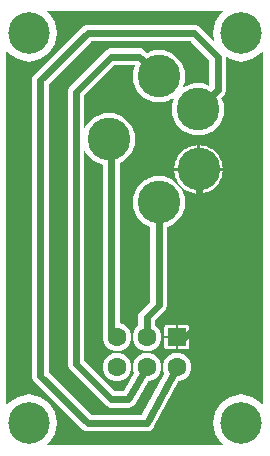
<source format=gbr>
G04 EAGLE Gerber RS-274X export*
G75*
%MOMM*%
%FSLAX34Y34*%
%LPD*%
%INBottom Copper*%
%IPPOS*%
%AMOC8*
5,1,8,0,0,1.08239X$1,22.5*%
G01*
%ADD10C,3.606800*%
%ADD11R,1.605000X1.605000*%
%ADD12C,1.605000*%
%ADD13C,3.516000*%
%ADD14C,0.605900*%

G36*
X203939Y-8829D02*
X203939Y-8829D01*
X203992Y-8828D01*
X204037Y-8809D01*
X204084Y-8800D01*
X204128Y-8770D01*
X204176Y-8749D01*
X204210Y-8714D01*
X204250Y-8687D01*
X204279Y-8643D01*
X204315Y-8605D01*
X204333Y-8560D01*
X204359Y-8519D01*
X204369Y-8467D01*
X204388Y-8418D01*
X204386Y-8370D01*
X204395Y-8322D01*
X204384Y-8270D01*
X204382Y-8218D01*
X204362Y-8174D01*
X204351Y-8126D01*
X204321Y-8083D01*
X204299Y-8035D01*
X204260Y-7998D01*
X204235Y-7963D01*
X204203Y-7942D01*
X204170Y-7910D01*
X202923Y-7077D01*
X197688Y758D01*
X195849Y10000D01*
X197688Y19242D01*
X202923Y27077D01*
X210758Y32312D01*
X220000Y34151D01*
X229242Y32312D01*
X237077Y27077D01*
X237894Y25854D01*
X237932Y25817D01*
X237961Y25774D01*
X238002Y25747D01*
X238036Y25713D01*
X238085Y25693D01*
X238129Y25665D01*
X238177Y25656D01*
X238222Y25638D01*
X238275Y25638D01*
X238326Y25629D01*
X238374Y25640D01*
X238423Y25640D01*
X238471Y25661D01*
X238522Y25673D01*
X238562Y25701D01*
X238606Y25720D01*
X238643Y25758D01*
X238685Y25789D01*
X238711Y25830D01*
X238745Y25865D01*
X238764Y25914D01*
X238791Y25959D01*
X238801Y26012D01*
X238816Y26052D01*
X238815Y26091D01*
X238823Y26136D01*
X238823Y323864D01*
X238813Y323915D01*
X238812Y323968D01*
X238793Y324013D01*
X238784Y324060D01*
X238754Y324104D01*
X238733Y324152D01*
X238698Y324186D01*
X238671Y324226D01*
X238627Y324255D01*
X238589Y324291D01*
X238544Y324309D01*
X238503Y324335D01*
X238451Y324345D01*
X238402Y324364D01*
X238354Y324362D01*
X238306Y324371D01*
X238254Y324360D01*
X238202Y324358D01*
X238158Y324338D01*
X238110Y324327D01*
X238067Y324297D01*
X238019Y324275D01*
X237982Y324237D01*
X237947Y324211D01*
X237926Y324179D01*
X237894Y324146D01*
X237077Y322923D01*
X229242Y317688D01*
X220000Y315849D01*
X210758Y317688D01*
X207819Y319651D01*
X207770Y319672D01*
X207724Y319701D01*
X207678Y319709D01*
X207634Y319727D01*
X207580Y319727D01*
X207527Y319736D01*
X207481Y319726D01*
X207433Y319726D01*
X207384Y319705D01*
X207332Y319693D01*
X207293Y319665D01*
X207249Y319647D01*
X207212Y319608D01*
X207168Y319577D01*
X207143Y319537D01*
X207110Y319503D01*
X207091Y319452D01*
X207062Y319407D01*
X207053Y319355D01*
X207038Y319316D01*
X207039Y319276D01*
X207030Y319229D01*
X207030Y290802D01*
X205960Y288218D01*
X203216Y285474D01*
X203213Y285469D01*
X203207Y285465D01*
X203157Y285386D01*
X203105Y285307D01*
X203104Y285301D01*
X203101Y285295D01*
X203085Y285202D01*
X203068Y285110D01*
X203069Y285104D01*
X203068Y285097D01*
X203106Y284921D01*
X205235Y279783D01*
X205235Y271017D01*
X201880Y262918D01*
X195682Y256720D01*
X194941Y256413D01*
X193716Y255906D01*
X192492Y255398D01*
X192491Y255398D01*
X191267Y254891D01*
X190042Y254384D01*
X188818Y253877D01*
X187593Y253369D01*
X187583Y253365D01*
X178817Y253365D01*
X170718Y256720D01*
X164520Y262918D01*
X161165Y271017D01*
X161165Y279783D01*
X162867Y283892D01*
X162868Y283895D01*
X162869Y283897D01*
X162887Y283993D01*
X162906Y284089D01*
X162906Y284092D01*
X162906Y284094D01*
X162885Y284190D01*
X162865Y284285D01*
X162864Y284288D01*
X162863Y284290D01*
X162807Y284371D01*
X162752Y284451D01*
X162750Y284452D01*
X162748Y284454D01*
X162666Y284506D01*
X162583Y284559D01*
X162581Y284559D01*
X162579Y284561D01*
X162482Y284577D01*
X162386Y284594D01*
X162383Y284593D01*
X162381Y284593D01*
X162205Y284555D01*
X161617Y284312D01*
X160392Y283804D01*
X159168Y283297D01*
X157943Y282790D01*
X156719Y282283D01*
X156718Y282283D01*
X155494Y281775D01*
X154383Y281315D01*
X145617Y281315D01*
X137518Y284670D01*
X131320Y290868D01*
X127965Y298967D01*
X127965Y307733D01*
X129844Y312268D01*
X129845Y312272D01*
X129847Y312276D01*
X129864Y312370D01*
X129883Y312465D01*
X129882Y312469D01*
X129882Y312473D01*
X129861Y312568D01*
X129842Y312661D01*
X129840Y312665D01*
X129839Y312668D01*
X129783Y312747D01*
X129728Y312827D01*
X129725Y312829D01*
X129723Y312832D01*
X129641Y312883D01*
X129560Y312935D01*
X129556Y312936D01*
X129553Y312938D01*
X129375Y312970D01*
X113122Y312970D01*
X113114Y312968D01*
X113107Y312970D01*
X113017Y312949D01*
X112926Y312930D01*
X112919Y312926D01*
X112911Y312924D01*
X112763Y312821D01*
X87179Y287237D01*
X87174Y287230D01*
X87168Y287225D01*
X87119Y287147D01*
X87068Y287070D01*
X87066Y287062D01*
X87062Y287055D01*
X87030Y286878D01*
X87030Y260470D01*
X87030Y260469D01*
X87030Y260467D01*
X87050Y260372D01*
X87070Y260273D01*
X87071Y260272D01*
X87071Y260271D01*
X87126Y260190D01*
X87182Y260107D01*
X87184Y260107D01*
X87184Y260106D01*
X87270Y260051D01*
X87351Y259998D01*
X87352Y259998D01*
X87353Y259997D01*
X87452Y259980D01*
X87548Y259963D01*
X87549Y259963D01*
X87550Y259963D01*
X87646Y259985D01*
X87743Y260006D01*
X87745Y260007D01*
X87746Y260007D01*
X87827Y260065D01*
X87907Y260122D01*
X87908Y260123D01*
X87909Y260124D01*
X88006Y260276D01*
X88920Y262482D01*
X95118Y268680D01*
X96309Y269173D01*
X97534Y269681D01*
X98758Y270188D01*
X99983Y270695D01*
X101207Y271202D01*
X101208Y271202D01*
X102432Y271710D01*
X103217Y272035D01*
X111983Y272035D01*
X120082Y268680D01*
X126280Y262482D01*
X129635Y254383D01*
X129635Y245617D01*
X126280Y237518D01*
X120082Y231320D01*
X119431Y231050D01*
X118207Y230543D01*
X118206Y230543D01*
X117343Y230186D01*
X117338Y230182D01*
X117332Y230181D01*
X117255Y230126D01*
X117177Y230074D01*
X117173Y230068D01*
X117168Y230065D01*
X117118Y229985D01*
X117067Y229906D01*
X117066Y229900D01*
X117062Y229894D01*
X117030Y229717D01*
X117030Y95049D01*
X117032Y95042D01*
X117030Y95036D01*
X117051Y94944D01*
X117070Y94852D01*
X117074Y94847D01*
X117075Y94841D01*
X117130Y94764D01*
X117182Y94687D01*
X117188Y94683D01*
X117192Y94678D01*
X117343Y94580D01*
X121412Y92895D01*
X124795Y89512D01*
X126626Y85092D01*
X126626Y80308D01*
X124795Y75888D01*
X121412Y72505D01*
X120872Y72281D01*
X120871Y72281D01*
X119647Y71774D01*
X118422Y71267D01*
X117198Y70759D01*
X116992Y70674D01*
X112208Y70674D01*
X107788Y72505D01*
X104405Y75888D01*
X102574Y80308D01*
X102574Y85092D01*
X102931Y85954D01*
X102933Y85963D01*
X102938Y85970D01*
X102970Y86148D01*
X102970Y227729D01*
X102968Y227735D01*
X102970Y227742D01*
X102949Y227833D01*
X102930Y227925D01*
X102926Y227931D01*
X102925Y227937D01*
X102870Y228014D01*
X102818Y228091D01*
X102812Y228095D01*
X102808Y228100D01*
X102657Y228197D01*
X95118Y231320D01*
X88920Y237518D01*
X88006Y239724D01*
X88005Y239725D01*
X88005Y239727D01*
X87949Y239810D01*
X87894Y239891D01*
X87893Y239891D01*
X87892Y239893D01*
X87811Y239945D01*
X87727Y240001D01*
X87725Y240001D01*
X87724Y240002D01*
X87627Y240019D01*
X87530Y240037D01*
X87528Y240037D01*
X87527Y240037D01*
X87428Y240015D01*
X87334Y239995D01*
X87333Y239994D01*
X87332Y239994D01*
X87249Y239935D01*
X87170Y239880D01*
X87169Y239879D01*
X87168Y239878D01*
X87115Y239793D01*
X87063Y239710D01*
X87063Y239709D01*
X87062Y239708D01*
X87030Y239530D01*
X87030Y63122D01*
X87032Y63114D01*
X87030Y63107D01*
X87051Y63017D01*
X87070Y62926D01*
X87074Y62919D01*
X87076Y62911D01*
X87179Y62763D01*
X112763Y37179D01*
X112770Y37174D01*
X112775Y37168D01*
X112853Y37119D01*
X112930Y37068D01*
X112938Y37066D01*
X112945Y37062D01*
X113122Y37030D01*
X119870Y37030D01*
X119943Y37045D01*
X120016Y37052D01*
X120040Y37064D01*
X120067Y37070D01*
X120128Y37111D01*
X120193Y37146D01*
X120212Y37168D01*
X120233Y37182D01*
X120262Y37227D01*
X120310Y37284D01*
X128902Y52149D01*
X128915Y52188D01*
X128937Y52223D01*
X128947Y52282D01*
X128966Y52339D01*
X128963Y52380D01*
X128970Y52421D01*
X128955Y52487D01*
X128952Y52539D01*
X128939Y52564D01*
X128932Y52597D01*
X127974Y54908D01*
X127974Y59692D01*
X129805Y64112D01*
X133188Y67495D01*
X133913Y67795D01*
X135137Y68302D01*
X136362Y68810D01*
X137586Y69317D01*
X137587Y69317D01*
X137608Y69326D01*
X142392Y69326D01*
X146812Y67495D01*
X150195Y64112D01*
X152026Y59692D01*
X152026Y54908D01*
X150195Y50488D01*
X146812Y47105D01*
X146362Y46919D01*
X145137Y46411D01*
X143913Y45904D01*
X142688Y45397D01*
X142392Y45274D01*
X141462Y45274D01*
X141389Y45260D01*
X141316Y45253D01*
X141292Y45240D01*
X141265Y45235D01*
X141204Y45193D01*
X141139Y45158D01*
X141120Y45136D01*
X141099Y45122D01*
X141070Y45077D01*
X141022Y45021D01*
X130554Y26911D01*
X130545Y26882D01*
X130525Y26851D01*
X130180Y26018D01*
X129891Y25729D01*
X129861Y25684D01*
X129811Y25624D01*
X129606Y25271D01*
X128890Y24722D01*
X128870Y24699D01*
X128840Y24678D01*
X128202Y24040D01*
X127825Y23884D01*
X127780Y23853D01*
X127710Y23818D01*
X127387Y23570D01*
X126515Y23337D01*
X126487Y23323D01*
X126452Y23315D01*
X125879Y23078D01*
X125618Y22970D01*
X125210Y22970D01*
X125156Y22959D01*
X125079Y22953D01*
X124685Y22847D01*
X123790Y22965D01*
X123759Y22963D01*
X123724Y22970D01*
X108602Y22970D01*
X106018Y24040D01*
X74040Y56018D01*
X72970Y58602D01*
X72970Y291398D01*
X74040Y293982D01*
X106018Y325960D01*
X106079Y325985D01*
X107304Y326493D01*
X108528Y327000D01*
X108602Y327030D01*
X134748Y327030D01*
X137332Y325960D01*
X139381Y323911D01*
X139926Y323366D01*
X139931Y323363D01*
X139935Y323357D01*
X140015Y323307D01*
X140093Y323255D01*
X140099Y323254D01*
X140105Y323251D01*
X140198Y323235D01*
X140290Y323218D01*
X140296Y323219D01*
X140303Y323218D01*
X140479Y323256D01*
X140944Y323449D01*
X142169Y323956D01*
X143393Y324464D01*
X144618Y324971D01*
X145617Y325385D01*
X154383Y325385D01*
X162482Y322030D01*
X168680Y315832D01*
X172035Y307733D01*
X172035Y298967D01*
X170333Y294858D01*
X170332Y294855D01*
X170331Y294853D01*
X170313Y294757D01*
X170294Y294661D01*
X170294Y294658D01*
X170294Y294656D01*
X170315Y294560D01*
X170335Y294465D01*
X170336Y294462D01*
X170337Y294460D01*
X170393Y294379D01*
X170448Y294299D01*
X170450Y294298D01*
X170452Y294296D01*
X170534Y294244D01*
X170617Y294191D01*
X170619Y294191D01*
X170621Y294189D01*
X170718Y294173D01*
X170814Y294156D01*
X170817Y294157D01*
X170819Y294157D01*
X170995Y294195D01*
X171818Y294536D01*
X171819Y294536D01*
X173043Y295043D01*
X174268Y295550D01*
X175492Y296058D01*
X176717Y296565D01*
X177942Y297072D01*
X178817Y297435D01*
X187583Y297435D01*
X192268Y295494D01*
X192272Y295493D01*
X192276Y295491D01*
X192370Y295474D01*
X192465Y295455D01*
X192469Y295456D01*
X192473Y295455D01*
X192568Y295477D01*
X192661Y295496D01*
X192665Y295498D01*
X192668Y295499D01*
X192748Y295555D01*
X192827Y295609D01*
X192829Y295613D01*
X192832Y295615D01*
X192883Y295697D01*
X192935Y295778D01*
X192936Y295782D01*
X192938Y295785D01*
X192970Y295963D01*
X192970Y316878D01*
X192968Y316886D01*
X192970Y316893D01*
X192949Y316983D01*
X192930Y317074D01*
X192926Y317081D01*
X192924Y317089D01*
X192821Y317237D01*
X177237Y332821D01*
X177230Y332826D01*
X177225Y332832D01*
X177147Y332881D01*
X177070Y332932D01*
X177062Y332934D01*
X177055Y332938D01*
X176878Y332970D01*
X93122Y332970D01*
X93114Y332968D01*
X93107Y332970D01*
X93017Y332949D01*
X92926Y332930D01*
X92919Y332926D01*
X92911Y332924D01*
X92763Y332821D01*
X57179Y297237D01*
X57174Y297230D01*
X57168Y297225D01*
X57119Y297147D01*
X57068Y297070D01*
X57066Y297062D01*
X57062Y297055D01*
X57030Y296878D01*
X57030Y53122D01*
X57032Y53114D01*
X57030Y53107D01*
X57051Y53017D01*
X57070Y52926D01*
X57074Y52919D01*
X57076Y52911D01*
X57179Y52763D01*
X92763Y17179D01*
X92770Y17175D01*
X92774Y17168D01*
X92775Y17168D01*
X92853Y17119D01*
X92930Y17068D01*
X92938Y17066D01*
X92945Y17062D01*
X93122Y17030D01*
X135492Y17030D01*
X135572Y17046D01*
X135653Y17056D01*
X135670Y17066D01*
X135689Y17070D01*
X135756Y17116D01*
X135827Y17156D01*
X135840Y17172D01*
X135854Y17182D01*
X135885Y17229D01*
X135939Y17298D01*
X154463Y51793D01*
X154471Y51821D01*
X154486Y51844D01*
X154487Y51848D01*
X154490Y51853D01*
X154501Y51920D01*
X154521Y51985D01*
X154518Y52017D01*
X154522Y52041D01*
X154522Y52043D01*
X154523Y52051D01*
X154506Y52129D01*
X154500Y52184D01*
X154490Y52203D01*
X154485Y52227D01*
X153374Y54908D01*
X153374Y59692D01*
X155205Y64112D01*
X158588Y67495D01*
X159313Y67795D01*
X160537Y68302D01*
X161762Y68810D01*
X162986Y69317D01*
X162987Y69317D01*
X163008Y69326D01*
X167792Y69326D01*
X172212Y67495D01*
X175595Y64112D01*
X177426Y59692D01*
X177426Y54908D01*
X175595Y50488D01*
X172212Y47105D01*
X171762Y46919D01*
X170537Y46411D01*
X169313Y45904D01*
X168088Y45397D01*
X167792Y45274D01*
X167225Y45274D01*
X167145Y45258D01*
X167064Y45248D01*
X167048Y45238D01*
X167029Y45235D01*
X166961Y45189D01*
X166891Y45148D01*
X166878Y45132D01*
X166863Y45122D01*
X166832Y45075D01*
X166778Y45007D01*
X146372Y7007D01*
X146365Y6984D01*
X146351Y6961D01*
X145960Y6018D01*
X145756Y5814D01*
X145725Y5767D01*
X145668Y5695D01*
X145532Y5442D01*
X144742Y4796D01*
X144727Y4778D01*
X144704Y4762D01*
X143982Y4040D01*
X143717Y3930D01*
X143670Y3899D01*
X143590Y3854D01*
X143367Y3672D01*
X142389Y3377D01*
X142368Y3366D01*
X142341Y3360D01*
X142184Y3295D01*
X141398Y2970D01*
X141111Y2970D01*
X141055Y2959D01*
X140964Y2948D01*
X140689Y2865D01*
X139673Y2967D01*
X139649Y2965D01*
X139622Y2970D01*
X88602Y2970D01*
X86018Y4040D01*
X83969Y6089D01*
X46089Y43969D01*
X44040Y46018D01*
X42970Y48602D01*
X42970Y301398D01*
X44040Y303982D01*
X86018Y345960D01*
X86779Y346275D01*
X88004Y346783D01*
X88602Y347030D01*
X181398Y347030D01*
X183982Y345960D01*
X196134Y333809D01*
X196177Y333780D01*
X196215Y333743D01*
X196260Y333725D01*
X196300Y333698D01*
X196352Y333688D01*
X196401Y333668D01*
X196450Y333669D01*
X196497Y333660D01*
X196549Y333671D01*
X196601Y333672D01*
X196646Y333692D01*
X196693Y333702D01*
X196737Y333732D01*
X196785Y333753D01*
X196818Y333788D01*
X196858Y333816D01*
X196886Y333860D01*
X196922Y333899D01*
X196939Y333944D01*
X196966Y333985D01*
X196974Y334037D01*
X196993Y334086D01*
X196992Y334140D01*
X196999Y334183D01*
X196991Y334220D01*
X196990Y334266D01*
X195849Y340000D01*
X197688Y349242D01*
X202923Y357077D01*
X204146Y357894D01*
X204183Y357931D01*
X204226Y357961D01*
X204253Y358002D01*
X204287Y358036D01*
X204307Y358085D01*
X204335Y358129D01*
X204344Y358177D01*
X204362Y358222D01*
X204362Y358275D01*
X204371Y358326D01*
X204360Y358374D01*
X204360Y358423D01*
X204339Y358471D01*
X204327Y358522D01*
X204299Y358562D01*
X204280Y358606D01*
X204242Y358643D01*
X204211Y358685D01*
X204170Y358711D01*
X204135Y358745D01*
X204086Y358764D01*
X204041Y358791D01*
X203988Y358801D01*
X203948Y358816D01*
X203909Y358815D01*
X203864Y358823D01*
X56136Y358823D01*
X56085Y358813D01*
X56032Y358812D01*
X55987Y358793D01*
X55940Y358784D01*
X55896Y358754D01*
X55848Y358733D01*
X55814Y358698D01*
X55774Y358671D01*
X55745Y358627D01*
X55709Y358589D01*
X55691Y358544D01*
X55665Y358503D01*
X55655Y358451D01*
X55636Y358402D01*
X55638Y358354D01*
X55629Y358306D01*
X55640Y358254D01*
X55642Y358202D01*
X55662Y358158D01*
X55673Y358110D01*
X55703Y358067D01*
X55725Y358019D01*
X55763Y357982D01*
X55789Y357947D01*
X55821Y357926D01*
X55854Y357894D01*
X57077Y357077D01*
X62312Y349242D01*
X64151Y340000D01*
X62312Y330758D01*
X57077Y322923D01*
X49242Y317688D01*
X40000Y315849D01*
X30758Y317688D01*
X22923Y322923D01*
X22106Y324146D01*
X22069Y324183D01*
X22039Y324226D01*
X21998Y324253D01*
X21964Y324287D01*
X21915Y324307D01*
X21871Y324335D01*
X21823Y324344D01*
X21778Y324362D01*
X21725Y324362D01*
X21674Y324371D01*
X21626Y324360D01*
X21577Y324360D01*
X21529Y324339D01*
X21478Y324327D01*
X21438Y324299D01*
X21394Y324280D01*
X21357Y324242D01*
X21315Y324211D01*
X21289Y324170D01*
X21255Y324135D01*
X21236Y324086D01*
X21209Y324041D01*
X21199Y323988D01*
X21184Y323948D01*
X21185Y323909D01*
X21177Y323864D01*
X21177Y26136D01*
X21187Y26085D01*
X21188Y26032D01*
X21207Y25987D01*
X21216Y25940D01*
X21246Y25896D01*
X21267Y25848D01*
X21302Y25814D01*
X21329Y25774D01*
X21373Y25745D01*
X21411Y25709D01*
X21456Y25691D01*
X21497Y25665D01*
X21549Y25655D01*
X21598Y25636D01*
X21646Y25638D01*
X21694Y25629D01*
X21746Y25640D01*
X21798Y25642D01*
X21842Y25662D01*
X21890Y25673D01*
X21933Y25703D01*
X21981Y25725D01*
X22018Y25763D01*
X22053Y25789D01*
X22074Y25821D01*
X22106Y25854D01*
X22923Y27077D01*
X30758Y32312D01*
X40000Y34151D01*
X49242Y32312D01*
X57077Y27077D01*
X62312Y19242D01*
X64151Y10000D01*
X62312Y758D01*
X57077Y-7077D01*
X55830Y-7910D01*
X55793Y-7948D01*
X55750Y-7977D01*
X55723Y-8018D01*
X55689Y-8052D01*
X55669Y-8101D01*
X55641Y-8145D01*
X55632Y-8193D01*
X55614Y-8238D01*
X55614Y-8291D01*
X55605Y-8342D01*
X55616Y-8390D01*
X55616Y-8439D01*
X55637Y-8487D01*
X55649Y-8538D01*
X55677Y-8578D01*
X55696Y-8622D01*
X55734Y-8659D01*
X55765Y-8701D01*
X55806Y-8727D01*
X55841Y-8761D01*
X55890Y-8780D01*
X55935Y-8807D01*
X55988Y-8817D01*
X56028Y-8832D01*
X56067Y-8831D01*
X56112Y-8839D01*
X203888Y-8839D01*
X203939Y-8829D01*
G37*
%LPC*%
G36*
X137608Y70674D02*
X137608Y70674D01*
X133188Y72505D01*
X129805Y75888D01*
X127974Y80308D01*
X127974Y85092D01*
X129805Y89512D01*
X132821Y92528D01*
X132826Y92535D01*
X132832Y92539D01*
X132881Y92618D01*
X132932Y92695D01*
X132934Y92703D01*
X132938Y92710D01*
X132970Y92887D01*
X132970Y101398D01*
X134040Y103982D01*
X142821Y112763D01*
X142826Y112770D01*
X142832Y112775D01*
X142881Y112853D01*
X142932Y112930D01*
X142934Y112938D01*
X142938Y112945D01*
X142970Y113122D01*
X142970Y175373D01*
X142968Y175379D01*
X142970Y175386D01*
X142949Y175477D01*
X142930Y175569D01*
X142926Y175575D01*
X142925Y175581D01*
X142870Y175658D01*
X142818Y175735D01*
X142812Y175739D01*
X142808Y175744D01*
X142657Y175841D01*
X137518Y177970D01*
X131320Y184168D01*
X127965Y192267D01*
X127965Y201033D01*
X131320Y209132D01*
X137518Y215330D01*
X137699Y215405D01*
X138923Y215912D01*
X140148Y216419D01*
X141372Y216927D01*
X141373Y216927D01*
X142597Y217434D01*
X143822Y217941D01*
X145046Y218448D01*
X145617Y218685D01*
X154383Y218685D01*
X162482Y215330D01*
X168680Y209132D01*
X172035Y201033D01*
X172035Y192267D01*
X168680Y184168D01*
X162482Y177970D01*
X162046Y177789D01*
X162045Y177789D01*
X160821Y177282D01*
X159596Y176775D01*
X158372Y176267D01*
X157343Y175841D01*
X157338Y175838D01*
X157332Y175836D01*
X157255Y175782D01*
X157177Y175730D01*
X157173Y175724D01*
X157168Y175720D01*
X157118Y175641D01*
X157067Y175562D01*
X157066Y175556D01*
X157062Y175550D01*
X157030Y175373D01*
X157030Y108602D01*
X155960Y106018D01*
X147179Y97237D01*
X147174Y97230D01*
X147168Y97225D01*
X147119Y97147D01*
X147068Y97070D01*
X147066Y97062D01*
X147062Y97055D01*
X147030Y96878D01*
X147030Y92887D01*
X147032Y92879D01*
X147030Y92871D01*
X147051Y92781D01*
X147070Y92690D01*
X147074Y92684D01*
X147076Y92676D01*
X147179Y92528D01*
X150195Y89512D01*
X152026Y85092D01*
X152026Y80308D01*
X150195Y75888D01*
X146812Y72505D01*
X146272Y72281D01*
X146271Y72281D01*
X145047Y71774D01*
X143822Y71267D01*
X142598Y70759D01*
X142392Y70674D01*
X137608Y70674D01*
G37*
%LPD*%
%LPC*%
G36*
X112208Y45274D02*
X112208Y45274D01*
X107788Y47105D01*
X104405Y50488D01*
X102574Y54908D01*
X102574Y59692D01*
X104405Y64112D01*
X107788Y67495D01*
X108513Y67795D01*
X109737Y68302D01*
X110962Y68810D01*
X112186Y69317D01*
X112187Y69317D01*
X112208Y69326D01*
X116992Y69326D01*
X121412Y67495D01*
X124795Y64112D01*
X126626Y59692D01*
X126626Y54908D01*
X124795Y50488D01*
X121412Y47105D01*
X120962Y46919D01*
X119737Y46411D01*
X118513Y45904D01*
X117288Y45397D01*
X116992Y45274D01*
X112208Y45274D01*
G37*
%LPD*%
%LPC*%
G36*
X184815Y225615D02*
X184815Y225615D01*
X184815Y245175D01*
X185149Y245175D01*
X187823Y244823D01*
X190428Y244125D01*
X192920Y243093D01*
X195255Y241744D01*
X197395Y240102D01*
X199302Y238195D01*
X200944Y236055D01*
X202293Y233720D01*
X203325Y231228D01*
X204023Y228623D01*
X204375Y225949D01*
X204375Y225615D01*
X184815Y225615D01*
G37*
%LPD*%
%LPC*%
G36*
X184815Y204025D02*
X184815Y204025D01*
X184815Y223585D01*
X204375Y223585D01*
X204375Y223251D01*
X204023Y220577D01*
X203325Y217972D01*
X202293Y215480D01*
X200944Y213145D01*
X199302Y211005D01*
X197395Y209098D01*
X195255Y207456D01*
X192920Y206107D01*
X191907Y205688D01*
X191906Y205688D01*
X190682Y205181D01*
X190428Y205075D01*
X187823Y204377D01*
X185149Y204025D01*
X184815Y204025D01*
G37*
%LPD*%
%LPC*%
G36*
X163225Y225615D02*
X163225Y225615D01*
X163225Y225949D01*
X163577Y228623D01*
X164275Y231228D01*
X165307Y233720D01*
X166656Y236055D01*
X168298Y238195D01*
X170205Y240102D01*
X172345Y241744D01*
X174680Y243093D01*
X175190Y243304D01*
X176415Y243811D01*
X177172Y244125D01*
X179777Y244823D01*
X182451Y245175D01*
X182785Y245175D01*
X182785Y225615D01*
X163225Y225615D01*
G37*
%LPD*%
%LPC*%
G36*
X182451Y204025D02*
X182451Y204025D01*
X179777Y204377D01*
X177172Y205075D01*
X174680Y206107D01*
X172345Y207456D01*
X170205Y209098D01*
X168298Y211005D01*
X166656Y213145D01*
X165307Y215480D01*
X164275Y217972D01*
X163577Y220577D01*
X163225Y223251D01*
X163225Y223585D01*
X182785Y223585D01*
X182785Y204025D01*
X182451Y204025D01*
G37*
%LPD*%
%LPC*%
G36*
X166415Y83715D02*
X166415Y83715D01*
X166415Y93266D01*
X173760Y93266D01*
X174406Y93093D01*
X174985Y92758D01*
X175458Y92285D01*
X175793Y91706D01*
X175966Y91060D01*
X175966Y83715D01*
X166415Y83715D01*
G37*
%LPD*%
%LPC*%
G36*
X154834Y83715D02*
X154834Y83715D01*
X154834Y91060D01*
X155007Y91706D01*
X155342Y92285D01*
X155815Y92758D01*
X156394Y93093D01*
X157040Y93266D01*
X164385Y93266D01*
X164385Y83715D01*
X154834Y83715D01*
G37*
%LPD*%
%LPC*%
G36*
X166415Y72134D02*
X166415Y72134D01*
X166415Y81685D01*
X175966Y81685D01*
X175966Y74340D01*
X175793Y73694D01*
X175458Y73115D01*
X174985Y72642D01*
X174406Y72307D01*
X173760Y72134D01*
X166415Y72134D01*
G37*
%LPD*%
%LPC*%
G36*
X157040Y72134D02*
X157040Y72134D01*
X156394Y72307D01*
X155815Y72642D01*
X155342Y73115D01*
X155007Y73694D01*
X154834Y74340D01*
X154834Y81685D01*
X164385Y81685D01*
X164385Y72134D01*
X157040Y72134D01*
G37*
%LPD*%
%LPC*%
G36*
X183799Y224599D02*
X183799Y224599D01*
X183799Y224601D01*
X183801Y224601D01*
X183801Y224599D01*
X183799Y224599D01*
G37*
%LPD*%
%LPC*%
G36*
X165399Y82699D02*
X165399Y82699D01*
X165399Y82701D01*
X165401Y82701D01*
X165401Y82699D01*
X165399Y82699D01*
G37*
%LPD*%
D10*
X150000Y303350D03*
X183200Y275400D03*
X183800Y224600D03*
X107600Y250000D03*
X150000Y196650D03*
D11*
X165400Y82700D03*
D12*
X165400Y57300D03*
X140000Y82700D03*
X140000Y57300D03*
X114600Y82700D03*
X114600Y57300D03*
D13*
X40000Y10000D03*
X220000Y10000D03*
X40000Y340000D03*
X220000Y340000D03*
D14*
X172700Y82700D02*
X165400Y82700D01*
X183800Y93800D02*
X183800Y224600D01*
X183800Y93800D02*
X172700Y82700D01*
X183200Y275400D02*
X200000Y292200D01*
X200000Y320000D01*
X180000Y340000D01*
X90000Y340000D01*
X50000Y300000D01*
X50000Y50000D01*
X90000Y10000D01*
X140000Y10000D01*
X165400Y57300D01*
X150000Y303350D02*
X133350Y320000D01*
X110000Y320000D01*
X140000Y57300D02*
X124220Y30000D01*
X110000Y30000D01*
X80000Y60000D01*
X80000Y290000D01*
X110000Y320000D01*
X150000Y196650D02*
X150000Y110000D01*
X140000Y100000D01*
X140000Y82700D01*
X114600Y82700D02*
X110000Y87300D01*
X110000Y247600D02*
X107600Y250000D01*
X110000Y247600D02*
X110000Y87300D01*
M02*

</source>
